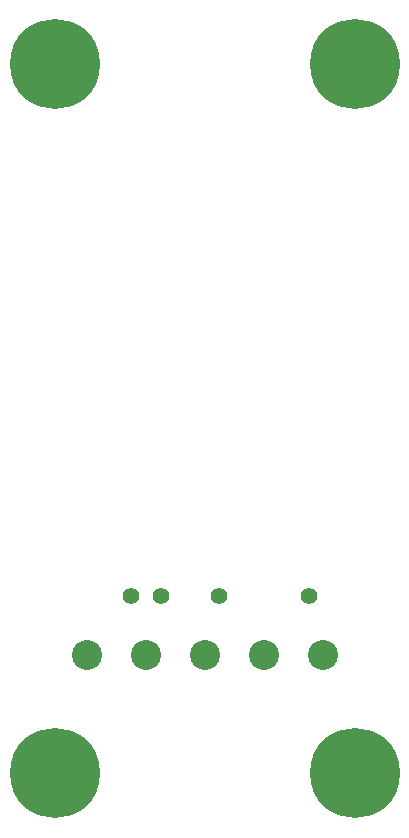
<source format=gbs>
G04 (created by PCBNEW (2013-07-07 BZR 4022)-stable) date 8/17/2015 4:18:57 PM*
%MOIN*%
G04 Gerber Fmt 3.4, Leading zero omitted, Abs format*
%FSLAX34Y34*%
G01*
G70*
G90*
G04 APERTURE LIST*
%ADD10C,0.00590551*%
%ADD11C,0.055*%
%ADD12C,0.1*%
%ADD13C,0.3*%
G04 APERTURE END LIST*
G54D10*
G54D11*
X98893Y-45275D03*
X101893Y-45275D03*
X95956Y-45275D03*
X96956Y-45275D03*
G54D12*
X94488Y-47244D03*
X96456Y-47244D03*
X98425Y-47244D03*
X100393Y-47244D03*
X102362Y-47244D03*
G54D13*
X93425Y-51181D03*
X103425Y-51181D03*
X93425Y-27559D03*
X103425Y-27559D03*
M02*

</source>
